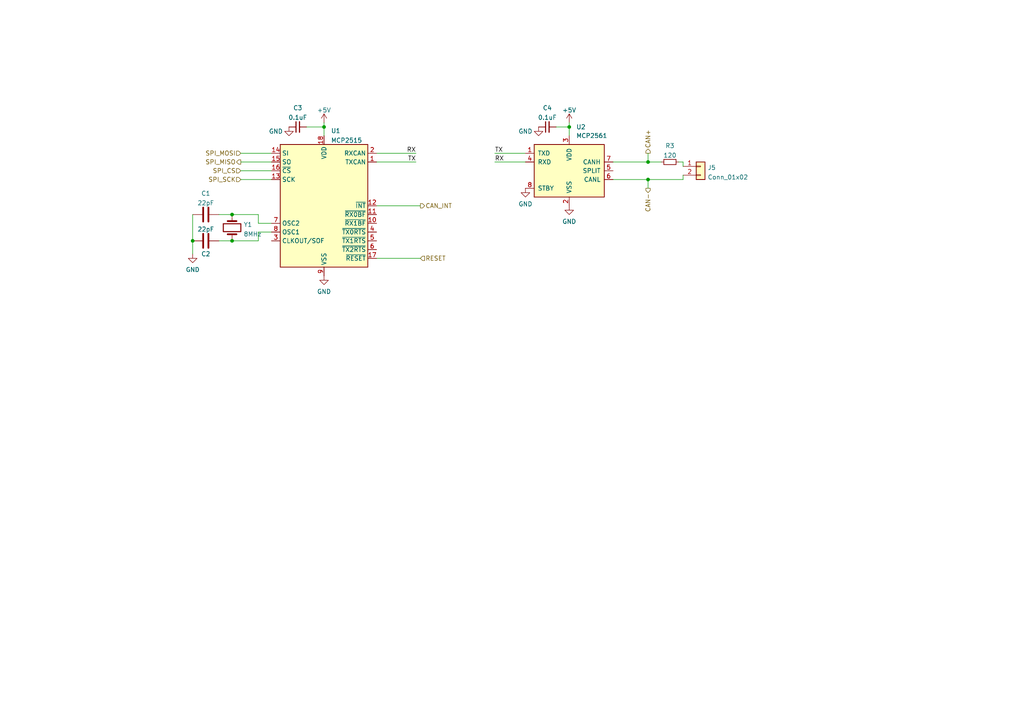
<source format=kicad_sch>
(kicad_sch (version 20211123) (generator eeschema)
  (paper "A4")
  (lib_symbols
    (symbol "Connector_Generic:Conn_01x02" (pin_names (offset 1.016) hide)
      (property "Reference" "J" (at 0 2.54 0))
      (property "Value" "Conn_01x02" (at 0 -5.08 0))
      (symbol "Conn_01x02_1_1"
        (rectangle (start -1.27 -2.413) (end 0 -2.667) (stroke (width 0.1524)))
        (rectangle (start -1.27 0.127) (end 0 -0.127) (stroke (width 0.1524)))
        (rectangle (start -1.27 1.27) (end 1.27 -3.81) (stroke (width 0.254)) (fill (type background)))
        (pin passive line (at -5.08 0 0) (length 3.81) (name "Pin_1") (number "1"))
        (pin passive line (at -5.08 -2.54 0) (length 3.81) (name "Pin_2") (number "2"))
      )
    )
    (symbol "Device:C" (pin_numbers hide) (pin_names (offset 0.254))
      (property "Reference" "C" (at 0.635 2.54 0))
      (property "Value" "C" (at 0.635 -2.54 0))
      (symbol "C_0_1"
        (polyline (pts (xy -2.032 -0.762) (xy 2.032 -0.762)) (stroke (width 0.508)))
        (polyline (pts (xy -2.032 0.762) (xy 2.032 0.762)) (stroke (width 0.508)))
      )
      (symbol "C_1_1"
        (pin passive line (at 0 3.81 270) (length 2.794) (name "~") (number "1"))
        (pin passive line (at 0 -3.81 90) (length 2.794) (name "~") (number "2"))
      )
    )
    (symbol "Device:C_Small" (pin_numbers hide) (pin_names (offset 0.254) hide)
      (property "Reference" "C" (at 0.254 1.778 0))
      (property "Value" "C_Small" (at 0.254 -2.032 0))
      (symbol "C_Small_0_1"
        (polyline (pts (xy -1.524 -0.508) (xy 1.524 -0.508)) (stroke (width 0.3302)))
        (polyline (pts (xy -1.524 0.508) (xy 1.524 0.508)) (stroke (width 0.3048)))
      )
      (symbol "C_Small_1_1"
        (pin passive line (at 0 2.54 270) (length 2.032) (name "~") (number "1"))
        (pin passive line (at 0 -2.54 90) (length 2.032) (name "~") (number "2"))
      )
    )
    (symbol "Device:Crystal" (pin_numbers hide) (pin_names (offset 1.016) hide)
      (property "Reference" "Y" (at 0 3.81 0))
      (property "Value" "Crystal" (at 0 -3.81 0))
      (symbol "Crystal_0_1"
        (rectangle (start -1.143 2.54) (end 1.143 -2.54) (stroke (width 0.3048)))
        (polyline (pts (xy -2.54 0) (xy -1.905 0)))
        (polyline (pts (xy -1.905 -1.27) (xy -1.905 1.27)) (stroke (width 0.508)))
        (polyline (pts (xy 1.905 -1.27) (xy 1.905 1.27)) (stroke (width 0.508)))
        (polyline (pts (xy 2.54 0) (xy 1.905 0)))
      )
      (symbol "Crystal_1_1"
        (pin passive line (at -3.81 0 0) (length 1.27) (name "1") (number "1"))
        (pin passive line (at 3.81 0 180) (length 1.27) (name "2") (number "2"))
      )
    )
    (symbol "Device:R_Small" (pin_numbers hide) (pin_names (offset 0.254) hide)
      (property "Reference" "R" (at 0.762 0.508 0))
      (property "Value" "R_Small" (at 0.762 -1.016 0))
      (symbol "R_Small_0_1"
        (rectangle (start -0.762 1.778) (end 0.762 -1.778) (stroke (width 0.2032)))
      )
      (symbol "R_Small_1_1"
        (pin passive line (at 0 2.54 270) (length 0.762) (name "~") (number "1"))
        (pin passive line (at 0 -2.54 90) (length 0.762) (name "~") (number "2"))
      )
    )
    (symbol "Interface_CAN_LIN:MCP2515-xSO"
      (property "Reference" "U" (at -10.16 19.685 0))
      (property "Value" "MCP2515-xSO" (at 19.05 20.32 0))
      (symbol "MCP2515-xSO_0_1"
        (rectangle (start -12.7 17.78) (end 12.7 -17.78) (stroke (width 0.254)) (fill (type background)))
      )
      (symbol "MCP2515-xSO_1_1"
        (pin output line (at 15.24 12.7 180) (length 2.54) (name "TXCAN") (number "1"))
        (pin output line (at 15.24 -5.08 180) (length 2.54) (name "~{RX1BF}") (number "10"))
        (pin output line (at 15.24 -2.54 180) (length 2.54) (name "~{RX0BF}") (number "11"))
        (pin output line (at 15.24 0 180) (length 2.54) (name "~{INT}") (number "12"))
        (pin input line (at -15.24 7.62 0) (length 2.54) (name "SCK") (number "13"))
        (pin input line (at -15.24 15.24 0) (length 2.54) (name "SI") (number "14"))
        (pin output line (at -15.24 12.7 0) (length 2.54) (name "SO") (number "15"))
        (pin input line (at -15.24 10.16 0) (length 2.54) (name "~{CS}") (number "16"))
        (pin input line (at 15.24 -15.24 180) (length 2.54) (name "~{RESET}") (number "17"))
        (pin power_in line (at 0 20.32 270) (length 2.54) (name "VDD") (number "18"))
        (pin input line (at 15.24 15.24 180) (length 2.54) (name "RXCAN") (number "2"))
        (pin output line (at -15.24 -10.16 0) (length 2.54) (name "CLKOUT/SOF") (number "3"))
        (pin input line (at 15.24 -7.62 180) (length 2.54) (name "~{TX0RTS}") (number "4"))
        (pin input line (at 15.24 -10.16 180) (length 2.54) (name "~{TX1RTS}") (number "5"))
        (pin input line (at 15.24 -12.7 180) (length 2.54) (name "~{TX2RTS}") (number "6"))
        (pin output line (at -15.24 -5.08 0) (length 2.54) (name "OSC2") (number "7"))
        (pin input line (at -15.24 -7.62 0) (length 2.54) (name "OSC1") (number "8"))
        (pin power_in line (at 0 -20.32 90) (length 2.54) (name "VSS") (number "9"))
      )
    )
    (symbol "Interface_CAN_LIN:MCP2561-E-P" (pin_names (offset 1.016))
      (property "Reference" "U" (at -10.16 8.89 0))
      (property "Value" "MCP2561-E-P" (at 2.54 8.89 0))
      (symbol "MCP2561-E-P_0_1"
        (rectangle (start -10.16 7.62) (end 10.16 -7.62) (stroke (width 0.254)) (fill (type background)))
      )
      (symbol "MCP2561-E-P_1_1"
        (pin input line (at -12.7 5.08 0) (length 2.54) (name "TXD") (number "1"))
        (pin power_in line (at 0 -10.16 90) (length 2.54) (name "VSS") (number "2"))
        (pin power_in line (at 0 10.16 270) (length 2.54) (name "VDD") (number "3"))
        (pin output line (at -12.7 2.54 0) (length 2.54) (name "RXD") (number "4"))
        (pin passive line (at 12.7 0 180) (length 2.54) (name "SPLIT") (number "5"))
        (pin bidirectional line (at 12.7 -2.54 180) (length 2.54) (name "CANL") (number "6"))
        (pin bidirectional line (at 12.7 2.54 180) (length 2.54) (name "CANH") (number "7"))
        (pin input line (at -12.7 -5.08 0) (length 2.54) (name "STBY") (number "8"))
      )
    )
    (symbol "power:+5V" (power) (pin_names (offset 0))
      (property "Value" "+5V" (at 0 3.556 0))
      (symbol "+5V_0_1"
        (polyline (pts (xy -0.762 1.27) (xy 0 2.54)))
        (polyline (pts (xy 0 0) (xy 0 2.54)))
        (polyline (pts (xy 0 2.54) (xy 0.762 1.27)))
      )
      (symbol "+5V_1_1"
        (pin power_in line (at 0 0 90) (length 0) hide (name "+5V") (number "1"))
      )
    )
    (symbol "power:GND" (power) (pin_names (offset 0))
      (property "Value" "GND" (at 0 -3.81 0))
      (symbol "GND_0_1"
        (polyline (pts (xy 0 0) (xy 0 -1.27) (xy 1.27 -1.27) (xy 0 -2.54) (xy -1.27 -1.27) (xy 0 -1.27)))
      )
      (symbol "GND_1_1"
        (pin power_in line (at 0 0 270) (length 0) hide (name "GND") (number "1"))
      )
    )
  )
  (junction (at 187.96 52.07))
  (junction (at 93.98 36.83))
  (junction (at 67.31 62.23))
  (junction (at 165.1 36.83))
  (junction (at 67.31 69.85))
  (junction (at 55.88 69.85))
  (junction (at 187.96 46.99))
  (wire (pts (xy 74.93 62.23) (xy 67.31 62.23)))
  (wire (pts (xy 187.96 52.07) (xy 198.12 52.07)))
  (wire (pts (xy 63.5 69.85) (xy 67.31 69.85)))
  (wire (pts (xy 74.93 67.31) (xy 74.93 69.85)))
  (wire (pts (xy 165.1 35.56) (xy 165.1 36.83)))
  (wire (pts (xy 69.85 52.07) (xy 78.74 52.07)))
  (wire (pts (xy 187.96 46.99) (xy 191.77 46.99)))
  (wire (pts (xy 187.96 44.45) (xy 187.96 46.99)))
  (wire (pts (xy 143.51 44.45) (xy 152.4 44.45)))
  (wire (pts (xy 93.98 36.83) (xy 93.98 39.37)))
  (wire (pts (xy 93.98 35.56) (xy 93.98 36.83)))
  (wire (pts (xy 78.74 67.31) (xy 74.93 67.31)))
  (wire (pts (xy 55.88 62.23) (xy 55.88 69.85)))
  (wire (pts (xy 63.5 62.23) (xy 67.31 62.23)))
  (wire (pts (xy 88.9 36.83) (xy 93.98 36.83)))
  (wire (pts (xy 109.22 46.99) (xy 120.65 46.99)))
  (wire (pts (xy 69.85 49.53) (xy 78.74 49.53)))
  (wire (pts (xy 161.29 36.83) (xy 165.1 36.83)))
  (wire (pts (xy 109.22 74.93) (xy 121.92 74.93)))
  (wire (pts (xy 74.93 69.85) (xy 67.31 69.85)))
  (wire (pts (xy 69.85 46.99) (xy 78.74 46.99)))
  (wire (pts (xy 143.51 46.99) (xy 152.4 46.99)))
  (wire (pts (xy 55.88 69.85) (xy 55.88 73.66)))
  (wire (pts (xy 196.85 46.99) (xy 198.12 46.99)))
  (wire (pts (xy 74.93 64.77) (xy 74.93 62.23)))
  (wire (pts (xy 198.12 50.8) (xy 198.12 52.07)))
  (wire (pts (xy 109.22 59.69) (xy 121.92 59.69)))
  (wire (pts (xy 198.12 46.99) (xy 198.12 48.26)))
  (wire (pts (xy 177.8 46.99) (xy 187.96 46.99)))
  (wire (pts (xy 187.96 52.07) (xy 187.96 54.61)))
  (wire (pts (xy 69.85 44.45) (xy 78.74 44.45)))
  (wire (pts (xy 165.1 36.83) (xy 165.1 39.37)))
  (wire (pts (xy 78.74 64.77) (xy 74.93 64.77)))
  (wire (pts (xy 177.8 52.07) (xy 187.96 52.07)))
  (wire (pts (xy 109.22 44.45) (xy 120.65 44.45)))
  (label "TX" (at 120.65 46.99 180))
  (label "TX" (at 143.51 44.45 0))
  (label "RX" (at 143.51 46.99 0))
  (label "RX" (at 120.65 44.45 180))
  (hierarchical_label "CAN-" (shape output) (at 187.96 54.61 270))
  (hierarchical_label "CAN+" (shape output) (at 187.96 44.45 90))
  (hierarchical_label "SPI_MISO" (shape output) (at 69.85 46.99 180))
  (hierarchical_label "SPI_MOSI" (shape input) (at 69.85 44.45 180))
  (hierarchical_label "SPI_CS" (shape input) (at 69.85 49.53 180))
  (hierarchical_label "RESET" (shape input) (at 121.92 74.93 0))
  (hierarchical_label "CAN_INT" (shape output) (at 121.92 59.69 0))
  (hierarchical_label "SPI_SCK" (shape input) (at 69.85 52.07 180))
  (symbol (lib_id "power:GND") (at 152.4 54.61 0) (unit 1)
    (property "Reference" "#PWR022" (effects hide))
    (property "Value" "GND" (at 152.4 59.1725 0))
  )
  (symbol (lib_id "power:+5V") (at 93.98 35.56 0) (unit 1)
    (property "Reference" "#PWR020" (effects hide))
    (property "Value" "+5V" (at 93.98 31.9555 0))
  )
  (symbol (lib_id "power:GND") (at 55.88 73.66 0) (unit 1)
    (property "Reference" "#PWR018" (effects hide))
    (property "Value" "GND" (at 55.88 78.2225 0))
  )
  (symbol (lib_id "Connector_Generic:Conn_01x02") (at 203.2 48.26 0) (unit 1)
    (property "Reference" "J5" (at 205.232 48.6215 0) (effects (justify left)))
    (property "Value" "Conn_01x02" (at 205.232 51.3966 0) (effects (justify left)))
    (property "Footprint" "Connector_PinHeader_2.54mm:PinHeader_1x02_P2.54mm_Vertical" (effects hide))
  )
  (symbol (lib_id "Device:R_Small") (at 194.31 46.99 90) (unit 1)
    (property "Reference" "R3" (at 194.31 42.2869 90))
    (property "Value" "120" (at 194.31 45.062 90))
    (property "Footprint" "Resistor_THT:R_Axial_DIN0207_L6.3mm_D2.5mm_P7.62mm_Horizontal" (effects hide))
  )
  (symbol (lib_id "power:GND") (at 165.1 59.69 0) (unit 1)
    (property "Reference" "#PWR025" (effects hide))
    (property "Value" "GND" (at 165.1 64.2525 0))
  )
  (symbol (lib_id "Device:Crystal") (at 67.31 66.04 270) (unit 1)
    (property "Reference" "Y1" (at 70.6374 65.1315 90) (effects (justify left)))
    (property "Value" "8MHz" (at 70.6374 67.9066 90) (effects (justify left)))
    (property "Footprint" "Crystal:Crystal_HC49-U_Vertical" (effects hide))
  )
  (symbol (lib_id "power:GND") (at 83.82 36.83 0) (unit 1)
    (property "Reference" "#PWR019" (effects hide))
    (property "Value" "GND" (at 80.01 38.1 0))
  )
  (symbol (lib_id "Device:C_Small") (at 86.36 36.83 90) (unit 1)
    (property "Reference" "C3" (at 86.3663 31.3014 90))
    (property "Value" "0.1uF" (at 86.3663 34.0765 90))
    (property "Footprint" "Capacitor_THT:C_Disc_D5.0mm_W2.5mm_P5.00mm" (effects hide))
  )
  (symbol (lib_id "Interface_CAN_LIN:MCP2561-E-P") (at 165.1 49.53 0) (unit 1)
    (property "Reference" "U2" (at 167.1194 36.83 0) (effects (justify left)))
    (property "Value" "MCP2561" (at 167.1194 39.37 0) (effects (justify left)))
    (property "Footprint" "Package_DIP:DIP-8_W7.62mm" (effects hide))
    (property "Datasheet" "http://ww1.microchip.com/downloads/en/DeviceDoc/25167A.pdf" (effects hide))
  )
  (symbol (lib_id "Interface_CAN_LIN:MCP2515-xSO") (at 93.98 59.69 0) (unit 1)
    (property "Reference" "U1" (at 95.9994 37.9435 0) (effects (justify left)))
    (property "Value" "MCP2515" (at 95.9994 40.7186 0) (effects (justify left)))
    (property "Footprint" "Package_SO:SOIC-18W_7.5x11.6mm_P1.27mm" (effects hide))
    (property "Datasheet" "http://ww1.microchip.com/downloads/en/DeviceDoc/21801e.pdf" (effects hide))
  )
  (symbol (lib_id "power:+5V") (at 165.1 35.56 0) (unit 1)
    (property "Reference" "#PWR024" (effects hide))
    (property "Value" "+5V" (at 165.1 31.9555 0))
  )
  (symbol (lib_id "power:GND") (at 93.98 80.01 0) (unit 1)
    (property "Reference" "#PWR021" (effects hide))
    (property "Value" "GND" (at 93.98 84.5725 0))
  )
  (symbol (lib_id "Device:C") (at 59.69 62.23 90) (unit 1)
    (property "Reference" "C1" (at 59.69 56.1045 90))
    (property "Value" "22pF" (at 59.69 58.8796 90))
    (property "Footprint" "Capacitor_THT:C_Disc_D5.0mm_W2.5mm_P5.00mm" (effects hide))
  )
  (symbol (lib_id "Device:C_Small") (at 158.75 36.83 90) (unit 1)
    (property "Reference" "C4" (at 158.7563 31.3014 90))
    (property "Value" "0.1uF" (at 158.7563 34.0765 90))
    (property "Footprint" "Capacitor_THT:C_Disc_D5.0mm_W2.5mm_P5.00mm" (effects hide))
  )
  (symbol (lib_id "Device:C") (at 59.69 69.85 90) (mirror x) (unit 1)
    (property "Reference" "C2" (at 59.69 73.66 90))
    (property "Value" "22pF" (at 59.69 66.4996 90))
    (property "Footprint" "Capacitor_THT:C_Disc_D5.0mm_W2.5mm_P5.00mm" (effects hide))
  )
  (symbol (lib_id "power:GND") (at 156.21 36.83 0) (unit 1)
    (property "Reference" "#PWR023" (effects hide))
    (property "Value" "GND" (at 152.4 38.1 0))
  )
)
</source>
